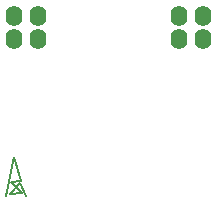
<source format=gts>
G04*
G04 #@! TF.GenerationSoftware,Altium Limited,Altium Designer,19.1.5 (86)*
G04*
G04 Layer_Color=8388736*
%FSLAX25Y25*%
%MOIN*%
G70*
G01*
G75*
%ADD11C,0.00800*%
%ADD12O,0.05518X0.06935*%
D11*
X100500Y25300D02*
X102400Y20900D01*
X98400Y33900D02*
X100700Y25900D01*
X97400Y25600D02*
X101000Y22000D01*
X97400Y25600D02*
X100700Y25900D01*
X97000Y21700D02*
X101000Y22000D01*
X97000Y21700D02*
X100500Y25300D01*
X95900Y20900D02*
X98400Y33900D01*
D12*
X98581Y81062D02*
D03*
X106455D02*
D03*
Y73188D02*
D03*
X98581D02*
D03*
X153542D02*
D03*
X161416D02*
D03*
Y81062D02*
D03*
X153542D02*
D03*
M02*

</source>
